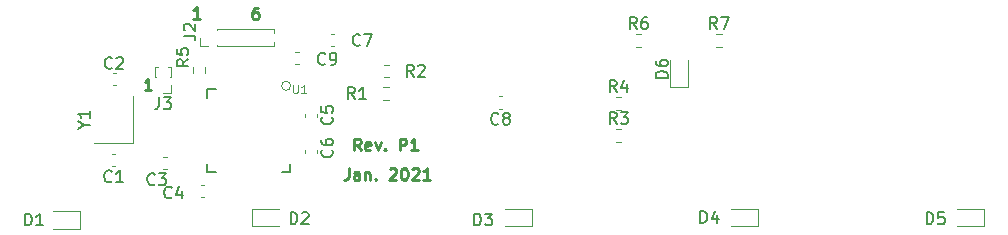
<source format=gbr>
%TF.GenerationSoftware,KiCad,Pcbnew,(5.1.7)-1*%
%TF.CreationDate,2021-01-12T02:41:31-08:00*%
%TF.ProjectId,pain5,7061696e-352e-46b6-9963-61645f706362,rev?*%
%TF.SameCoordinates,Original*%
%TF.FileFunction,Legend,Top*%
%TF.FilePolarity,Positive*%
%FSLAX46Y46*%
G04 Gerber Fmt 4.6, Leading zero omitted, Abs format (unit mm)*
G04 Created by KiCad (PCBNEW (5.1.7)-1) date 2021-01-12 02:41:31*
%MOMM*%
%LPD*%
G01*
G04 APERTURE LIST*
%ADD10C,0.250000*%
%ADD11C,0.120000*%
%ADD12C,0.100000*%
%ADD13C,0.127000*%
%ADD14C,0.150000*%
%ADD15C,0.015000*%
G04 APERTURE END LIST*
D10*
X149214285Y-77202380D02*
X149214285Y-77916666D01*
X149166666Y-78059523D01*
X149071428Y-78154761D01*
X148928571Y-78202380D01*
X148833333Y-78202380D01*
X150119047Y-78202380D02*
X150119047Y-77678571D01*
X150071428Y-77583333D01*
X149976190Y-77535714D01*
X149785714Y-77535714D01*
X149690476Y-77583333D01*
X150119047Y-78154761D02*
X150023809Y-78202380D01*
X149785714Y-78202380D01*
X149690476Y-78154761D01*
X149642857Y-78059523D01*
X149642857Y-77964285D01*
X149690476Y-77869047D01*
X149785714Y-77821428D01*
X150023809Y-77821428D01*
X150119047Y-77773809D01*
X150595238Y-77535714D02*
X150595238Y-78202380D01*
X150595238Y-77630952D02*
X150642857Y-77583333D01*
X150738095Y-77535714D01*
X150880952Y-77535714D01*
X150976190Y-77583333D01*
X151023809Y-77678571D01*
X151023809Y-78202380D01*
X151500000Y-78107142D02*
X151547619Y-78154761D01*
X151500000Y-78202380D01*
X151452380Y-78154761D01*
X151500000Y-78107142D01*
X151500000Y-78202380D01*
X152690476Y-77297619D02*
X152738095Y-77250000D01*
X152833333Y-77202380D01*
X153071428Y-77202380D01*
X153166666Y-77250000D01*
X153214285Y-77297619D01*
X153261904Y-77392857D01*
X153261904Y-77488095D01*
X153214285Y-77630952D01*
X152642857Y-78202380D01*
X153261904Y-78202380D01*
X153880952Y-77202380D02*
X153976190Y-77202380D01*
X154071428Y-77250000D01*
X154119047Y-77297619D01*
X154166666Y-77392857D01*
X154214285Y-77583333D01*
X154214285Y-77821428D01*
X154166666Y-78011904D01*
X154119047Y-78107142D01*
X154071428Y-78154761D01*
X153976190Y-78202380D01*
X153880952Y-78202380D01*
X153785714Y-78154761D01*
X153738095Y-78107142D01*
X153690476Y-78011904D01*
X153642857Y-77821428D01*
X153642857Y-77583333D01*
X153690476Y-77392857D01*
X153738095Y-77297619D01*
X153785714Y-77250000D01*
X153880952Y-77202380D01*
X154595238Y-77297619D02*
X154642857Y-77250000D01*
X154738095Y-77202380D01*
X154976190Y-77202380D01*
X155071428Y-77250000D01*
X155119047Y-77297619D01*
X155166666Y-77392857D01*
X155166666Y-77488095D01*
X155119047Y-77630952D01*
X154547619Y-78202380D01*
X155166666Y-78202380D01*
X156119047Y-78202380D02*
X155547619Y-78202380D01*
X155833333Y-78202380D02*
X155833333Y-77202380D01*
X155738095Y-77345238D01*
X155642857Y-77440476D01*
X155547619Y-77488095D01*
X150254761Y-75702380D02*
X149921428Y-75226190D01*
X149683333Y-75702380D02*
X149683333Y-74702380D01*
X150064285Y-74702380D01*
X150159523Y-74750000D01*
X150207142Y-74797619D01*
X150254761Y-74892857D01*
X150254761Y-75035714D01*
X150207142Y-75130952D01*
X150159523Y-75178571D01*
X150064285Y-75226190D01*
X149683333Y-75226190D01*
X151064285Y-75654761D02*
X150969047Y-75702380D01*
X150778571Y-75702380D01*
X150683333Y-75654761D01*
X150635714Y-75559523D01*
X150635714Y-75178571D01*
X150683333Y-75083333D01*
X150778571Y-75035714D01*
X150969047Y-75035714D01*
X151064285Y-75083333D01*
X151111904Y-75178571D01*
X151111904Y-75273809D01*
X150635714Y-75369047D01*
X151445238Y-75035714D02*
X151683333Y-75702380D01*
X151921428Y-75035714D01*
X152302380Y-75607142D02*
X152350000Y-75654761D01*
X152302380Y-75702380D01*
X152254761Y-75654761D01*
X152302380Y-75607142D01*
X152302380Y-75702380D01*
X153540476Y-75702380D02*
X153540476Y-74702380D01*
X153921428Y-74702380D01*
X154016666Y-74750000D01*
X154064285Y-74797619D01*
X154111904Y-74892857D01*
X154111904Y-75035714D01*
X154064285Y-75130952D01*
X154016666Y-75178571D01*
X153921428Y-75226190D01*
X153540476Y-75226190D01*
X155064285Y-75702380D02*
X154492857Y-75702380D01*
X154778571Y-75702380D02*
X154778571Y-74702380D01*
X154683333Y-74845238D01*
X154588095Y-74940476D01*
X154492857Y-74988095D01*
X132527514Y-70632580D02*
X131956085Y-70632580D01*
X132241800Y-70632580D02*
X132241800Y-69632580D01*
X132146561Y-69775438D01*
X132051323Y-69870676D01*
X131956085Y-69918295D01*
X141541476Y-63612780D02*
X141351000Y-63612780D01*
X141255761Y-63660400D01*
X141208142Y-63708019D01*
X141112904Y-63850876D01*
X141065285Y-64041352D01*
X141065285Y-64422304D01*
X141112904Y-64517542D01*
X141160523Y-64565161D01*
X141255761Y-64612780D01*
X141446238Y-64612780D01*
X141541476Y-64565161D01*
X141589095Y-64517542D01*
X141636714Y-64422304D01*
X141636714Y-64184209D01*
X141589095Y-64088971D01*
X141541476Y-64041352D01*
X141446238Y-63993733D01*
X141255761Y-63993733D01*
X141160523Y-64041352D01*
X141112904Y-64088971D01*
X141065285Y-64184209D01*
X136632914Y-64561980D02*
X136061485Y-64561980D01*
X136347200Y-64561980D02*
X136347200Y-63561980D01*
X136251961Y-63704838D01*
X136156723Y-63800076D01*
X136061485Y-63847695D01*
D11*
%TO.C,J2*%
X142910000Y-66845000D02*
X142910000Y-66544493D01*
X142910000Y-65755507D02*
X142910000Y-65455000D01*
X138035000Y-66845000D02*
X142910000Y-66845000D01*
X138035000Y-65455000D02*
X142910000Y-65455000D01*
X138035000Y-66845000D02*
X138035000Y-66758276D01*
X138035000Y-65541724D02*
X138035000Y-65455000D01*
X137350000Y-66845000D02*
X136665000Y-66845000D01*
X136665000Y-66845000D02*
X136665000Y-66150000D01*
%TO.C,C1*%
X129465580Y-77030000D02*
X129184420Y-77030000D01*
X129465580Y-76010000D02*
X129184420Y-76010000D01*
%TO.C,C2*%
X129515580Y-70172000D02*
X129234420Y-70172000D01*
X129515580Y-69152000D02*
X129234420Y-69152000D01*
%TO.C,C3*%
X133815580Y-76240000D02*
X133534420Y-76240000D01*
X133815580Y-77260000D02*
X133534420Y-77260000D01*
%TO.C,C4*%
X136965580Y-79660000D02*
X136684420Y-79660000D01*
X136965580Y-78640000D02*
X136684420Y-78640000D01*
%TO.C,C5*%
X145490000Y-72584420D02*
X145490000Y-72865580D01*
X146510000Y-72584420D02*
X146510000Y-72865580D01*
%TO.C,C6*%
X145490000Y-75940580D02*
X145490000Y-75659420D01*
X146510000Y-75940580D02*
X146510000Y-75659420D01*
%TO.C,C7*%
X147990580Y-65840000D02*
X147709420Y-65840000D01*
X147990580Y-66860000D02*
X147709420Y-66860000D01*
%TO.C,C8*%
X162215580Y-72160000D02*
X161934420Y-72160000D01*
X162215580Y-71140000D02*
X161934420Y-71140000D01*
%TO.C,C9*%
X144709420Y-68410000D02*
X144990580Y-68410000D01*
X144709420Y-67390000D02*
X144990580Y-67390000D01*
%TO.C,D1*%
X124200000Y-82335000D02*
X126485000Y-82335000D01*
X126485000Y-82335000D02*
X126485000Y-80865000D01*
X126485000Y-80865000D02*
X124200000Y-80865000D01*
%TO.C,D2*%
X143312500Y-80665000D02*
X141027500Y-80665000D01*
X141027500Y-80665000D02*
X141027500Y-82135000D01*
X141027500Y-82135000D02*
X143312500Y-82135000D01*
%TO.C,D3*%
X164785000Y-80665000D02*
X162500000Y-80665000D01*
X164785000Y-82135000D02*
X164785000Y-80665000D01*
X162500000Y-82135000D02*
X164785000Y-82135000D01*
%TO.C,D4*%
X181600000Y-82135000D02*
X183885000Y-82135000D01*
X183885000Y-82135000D02*
X183885000Y-80665000D01*
X183885000Y-80665000D02*
X181600000Y-80665000D01*
%TO.C,D5*%
X202985000Y-80665000D02*
X200700000Y-80665000D01*
X202985000Y-82135000D02*
X202985000Y-80665000D01*
X200700000Y-82135000D02*
X202985000Y-82135000D01*
%TO.C,D6*%
X176465000Y-68012500D02*
X176465000Y-70297500D01*
X176465000Y-70297500D02*
X177935000Y-70297500D01*
X177935000Y-70297500D02*
X177935000Y-68012500D01*
%TO.C,J3*%
X134195000Y-68640000D02*
X133894493Y-68640000D01*
X133105507Y-68640000D02*
X132805000Y-68640000D01*
X134195000Y-69515000D02*
X134195000Y-68640000D01*
X132805000Y-69515000D02*
X132805000Y-68640000D01*
X134195000Y-69515000D02*
X134108276Y-69515000D01*
X132891724Y-69515000D02*
X132805000Y-69515000D01*
X134195000Y-70200000D02*
X134195000Y-70885000D01*
X134195000Y-70885000D02*
X133500000Y-70885000D01*
%TO.C,R1*%
X152162742Y-70377500D02*
X152637258Y-70377500D01*
X152162742Y-71422500D02*
X152637258Y-71422500D01*
%TO.C,R2*%
X152187742Y-68477500D02*
X152662258Y-68477500D01*
X152187742Y-69522500D02*
X152662258Y-69522500D01*
%TO.C,R3*%
X171837742Y-74972500D02*
X172312258Y-74972500D01*
X171837742Y-73927500D02*
X172312258Y-73927500D01*
%TO.C,R4*%
X171837742Y-71227500D02*
X172312258Y-71227500D01*
X171837742Y-72272500D02*
X172312258Y-72272500D01*
%TO.C,R5*%
X137072500Y-69137258D02*
X137072500Y-68662742D01*
X136027500Y-69137258D02*
X136027500Y-68662742D01*
D12*
%TO.C,U1*%
X144306000Y-70240000D02*
G75*
G03*
X144306000Y-70240000I-381000J0D01*
G01*
D13*
X137950000Y-70550000D02*
X137250000Y-70550000D01*
X137250000Y-70550000D02*
X137250000Y-71250000D01*
X137250000Y-76850000D02*
X137250000Y-77550000D01*
X137250000Y-77550000D02*
X137950000Y-77550000D01*
X143550000Y-77550000D02*
X144250000Y-77550000D01*
X144250000Y-77550000D02*
X144250000Y-76850000D01*
D11*
%TO.C,Y1*%
X127650000Y-75075000D02*
X130950000Y-75075000D01*
X130950000Y-75075000D02*
X130950000Y-71075000D01*
%TO.C,R6*%
X173537742Y-65877500D02*
X174012258Y-65877500D01*
X173537742Y-66922500D02*
X174012258Y-66922500D01*
%TO.C,R7*%
X180337742Y-66922500D02*
X180812258Y-66922500D01*
X180337742Y-65877500D02*
X180812258Y-65877500D01*
%TO.C,J2*%
D14*
X135242380Y-65983333D02*
X135956666Y-65983333D01*
X136099523Y-66030952D01*
X136194761Y-66126190D01*
X136242380Y-66269047D01*
X136242380Y-66364285D01*
X135337619Y-65554761D02*
X135290000Y-65507142D01*
X135242380Y-65411904D01*
X135242380Y-65173809D01*
X135290000Y-65078571D01*
X135337619Y-65030952D01*
X135432857Y-64983333D01*
X135528095Y-64983333D01*
X135670952Y-65030952D01*
X136242380Y-65602380D01*
X136242380Y-64983333D01*
%TO.C,C1*%
X129158333Y-78307142D02*
X129110714Y-78354761D01*
X128967857Y-78402380D01*
X128872619Y-78402380D01*
X128729761Y-78354761D01*
X128634523Y-78259523D01*
X128586904Y-78164285D01*
X128539285Y-77973809D01*
X128539285Y-77830952D01*
X128586904Y-77640476D01*
X128634523Y-77545238D01*
X128729761Y-77450000D01*
X128872619Y-77402380D01*
X128967857Y-77402380D01*
X129110714Y-77450000D01*
X129158333Y-77497619D01*
X130110714Y-78402380D02*
X129539285Y-78402380D01*
X129825000Y-78402380D02*
X129825000Y-77402380D01*
X129729761Y-77545238D01*
X129634523Y-77640476D01*
X129539285Y-77688095D01*
%TO.C,C2*%
X129183333Y-68707142D02*
X129135714Y-68754761D01*
X128992857Y-68802380D01*
X128897619Y-68802380D01*
X128754761Y-68754761D01*
X128659523Y-68659523D01*
X128611904Y-68564285D01*
X128564285Y-68373809D01*
X128564285Y-68230952D01*
X128611904Y-68040476D01*
X128659523Y-67945238D01*
X128754761Y-67850000D01*
X128897619Y-67802380D01*
X128992857Y-67802380D01*
X129135714Y-67850000D01*
X129183333Y-67897619D01*
X129564285Y-67897619D02*
X129611904Y-67850000D01*
X129707142Y-67802380D01*
X129945238Y-67802380D01*
X130040476Y-67850000D01*
X130088095Y-67897619D01*
X130135714Y-67992857D01*
X130135714Y-68088095D01*
X130088095Y-68230952D01*
X129516666Y-68802380D01*
X130135714Y-68802380D01*
%TO.C,C3*%
X132808333Y-78557142D02*
X132760714Y-78604761D01*
X132617857Y-78652380D01*
X132522619Y-78652380D01*
X132379761Y-78604761D01*
X132284523Y-78509523D01*
X132236904Y-78414285D01*
X132189285Y-78223809D01*
X132189285Y-78080952D01*
X132236904Y-77890476D01*
X132284523Y-77795238D01*
X132379761Y-77700000D01*
X132522619Y-77652380D01*
X132617857Y-77652380D01*
X132760714Y-77700000D01*
X132808333Y-77747619D01*
X133141666Y-77652380D02*
X133760714Y-77652380D01*
X133427380Y-78033333D01*
X133570238Y-78033333D01*
X133665476Y-78080952D01*
X133713095Y-78128571D01*
X133760714Y-78223809D01*
X133760714Y-78461904D01*
X133713095Y-78557142D01*
X133665476Y-78604761D01*
X133570238Y-78652380D01*
X133284523Y-78652380D01*
X133189285Y-78604761D01*
X133141666Y-78557142D01*
%TO.C,C4*%
X134233333Y-79682142D02*
X134185714Y-79729761D01*
X134042857Y-79777380D01*
X133947619Y-79777380D01*
X133804761Y-79729761D01*
X133709523Y-79634523D01*
X133661904Y-79539285D01*
X133614285Y-79348809D01*
X133614285Y-79205952D01*
X133661904Y-79015476D01*
X133709523Y-78920238D01*
X133804761Y-78825000D01*
X133947619Y-78777380D01*
X134042857Y-78777380D01*
X134185714Y-78825000D01*
X134233333Y-78872619D01*
X135090476Y-79110714D02*
X135090476Y-79777380D01*
X134852380Y-78729761D02*
X134614285Y-79444047D01*
X135233333Y-79444047D01*
%TO.C,C5*%
X147787142Y-72891666D02*
X147834761Y-72939285D01*
X147882380Y-73082142D01*
X147882380Y-73177380D01*
X147834761Y-73320238D01*
X147739523Y-73415476D01*
X147644285Y-73463095D01*
X147453809Y-73510714D01*
X147310952Y-73510714D01*
X147120476Y-73463095D01*
X147025238Y-73415476D01*
X146930000Y-73320238D01*
X146882380Y-73177380D01*
X146882380Y-73082142D01*
X146930000Y-72939285D01*
X146977619Y-72891666D01*
X146882380Y-71986904D02*
X146882380Y-72463095D01*
X147358571Y-72510714D01*
X147310952Y-72463095D01*
X147263333Y-72367857D01*
X147263333Y-72129761D01*
X147310952Y-72034523D01*
X147358571Y-71986904D01*
X147453809Y-71939285D01*
X147691904Y-71939285D01*
X147787142Y-71986904D01*
X147834761Y-72034523D01*
X147882380Y-72129761D01*
X147882380Y-72367857D01*
X147834761Y-72463095D01*
X147787142Y-72510714D01*
%TO.C,C6*%
X147807142Y-75666666D02*
X147854761Y-75714285D01*
X147902380Y-75857142D01*
X147902380Y-75952380D01*
X147854761Y-76095238D01*
X147759523Y-76190476D01*
X147664285Y-76238095D01*
X147473809Y-76285714D01*
X147330952Y-76285714D01*
X147140476Y-76238095D01*
X147045238Y-76190476D01*
X146950000Y-76095238D01*
X146902380Y-75952380D01*
X146902380Y-75857142D01*
X146950000Y-75714285D01*
X146997619Y-75666666D01*
X146902380Y-74809523D02*
X146902380Y-75000000D01*
X146950000Y-75095238D01*
X146997619Y-75142857D01*
X147140476Y-75238095D01*
X147330952Y-75285714D01*
X147711904Y-75285714D01*
X147807142Y-75238095D01*
X147854761Y-75190476D01*
X147902380Y-75095238D01*
X147902380Y-74904761D01*
X147854761Y-74809523D01*
X147807142Y-74761904D01*
X147711904Y-74714285D01*
X147473809Y-74714285D01*
X147378571Y-74761904D01*
X147330952Y-74809523D01*
X147283333Y-74904761D01*
X147283333Y-75095238D01*
X147330952Y-75190476D01*
X147378571Y-75238095D01*
X147473809Y-75285714D01*
%TO.C,C7*%
X150183333Y-66757142D02*
X150135714Y-66804761D01*
X149992857Y-66852380D01*
X149897619Y-66852380D01*
X149754761Y-66804761D01*
X149659523Y-66709523D01*
X149611904Y-66614285D01*
X149564285Y-66423809D01*
X149564285Y-66280952D01*
X149611904Y-66090476D01*
X149659523Y-65995238D01*
X149754761Y-65900000D01*
X149897619Y-65852380D01*
X149992857Y-65852380D01*
X150135714Y-65900000D01*
X150183333Y-65947619D01*
X150516666Y-65852380D02*
X151183333Y-65852380D01*
X150754761Y-66852380D01*
%TO.C,C8*%
X161908333Y-73437142D02*
X161860714Y-73484761D01*
X161717857Y-73532380D01*
X161622619Y-73532380D01*
X161479761Y-73484761D01*
X161384523Y-73389523D01*
X161336904Y-73294285D01*
X161289285Y-73103809D01*
X161289285Y-72960952D01*
X161336904Y-72770476D01*
X161384523Y-72675238D01*
X161479761Y-72580000D01*
X161622619Y-72532380D01*
X161717857Y-72532380D01*
X161860714Y-72580000D01*
X161908333Y-72627619D01*
X162479761Y-72960952D02*
X162384523Y-72913333D01*
X162336904Y-72865714D01*
X162289285Y-72770476D01*
X162289285Y-72722857D01*
X162336904Y-72627619D01*
X162384523Y-72580000D01*
X162479761Y-72532380D01*
X162670238Y-72532380D01*
X162765476Y-72580000D01*
X162813095Y-72627619D01*
X162860714Y-72722857D01*
X162860714Y-72770476D01*
X162813095Y-72865714D01*
X162765476Y-72913333D01*
X162670238Y-72960952D01*
X162479761Y-72960952D01*
X162384523Y-73008571D01*
X162336904Y-73056190D01*
X162289285Y-73151428D01*
X162289285Y-73341904D01*
X162336904Y-73437142D01*
X162384523Y-73484761D01*
X162479761Y-73532380D01*
X162670238Y-73532380D01*
X162765476Y-73484761D01*
X162813095Y-73437142D01*
X162860714Y-73341904D01*
X162860714Y-73151428D01*
X162813095Y-73056190D01*
X162765476Y-73008571D01*
X162670238Y-72960952D01*
%TO.C,C9*%
X147233333Y-68357142D02*
X147185714Y-68404761D01*
X147042857Y-68452380D01*
X146947619Y-68452380D01*
X146804761Y-68404761D01*
X146709523Y-68309523D01*
X146661904Y-68214285D01*
X146614285Y-68023809D01*
X146614285Y-67880952D01*
X146661904Y-67690476D01*
X146709523Y-67595238D01*
X146804761Y-67500000D01*
X146947619Y-67452380D01*
X147042857Y-67452380D01*
X147185714Y-67500000D01*
X147233333Y-67547619D01*
X147709523Y-68452380D02*
X147900000Y-68452380D01*
X147995238Y-68404761D01*
X148042857Y-68357142D01*
X148138095Y-68214285D01*
X148185714Y-68023809D01*
X148185714Y-67642857D01*
X148138095Y-67547619D01*
X148090476Y-67500000D01*
X147995238Y-67452380D01*
X147804761Y-67452380D01*
X147709523Y-67500000D01*
X147661904Y-67547619D01*
X147614285Y-67642857D01*
X147614285Y-67880952D01*
X147661904Y-67976190D01*
X147709523Y-68023809D01*
X147804761Y-68071428D01*
X147995238Y-68071428D01*
X148090476Y-68023809D01*
X148138095Y-67976190D01*
X148185714Y-67880952D01*
%TO.C,D1*%
X121811904Y-82052380D02*
X121811904Y-81052380D01*
X122050000Y-81052380D01*
X122192857Y-81100000D01*
X122288095Y-81195238D01*
X122335714Y-81290476D01*
X122383333Y-81480952D01*
X122383333Y-81623809D01*
X122335714Y-81814285D01*
X122288095Y-81909523D01*
X122192857Y-82004761D01*
X122050000Y-82052380D01*
X121811904Y-82052380D01*
X123335714Y-82052380D02*
X122764285Y-82052380D01*
X123050000Y-82052380D02*
X123050000Y-81052380D01*
X122954761Y-81195238D01*
X122859523Y-81290476D01*
X122764285Y-81338095D01*
%TO.C,D2*%
X144311904Y-81952380D02*
X144311904Y-80952380D01*
X144550000Y-80952380D01*
X144692857Y-81000000D01*
X144788095Y-81095238D01*
X144835714Y-81190476D01*
X144883333Y-81380952D01*
X144883333Y-81523809D01*
X144835714Y-81714285D01*
X144788095Y-81809523D01*
X144692857Y-81904761D01*
X144550000Y-81952380D01*
X144311904Y-81952380D01*
X145264285Y-81047619D02*
X145311904Y-81000000D01*
X145407142Y-80952380D01*
X145645238Y-80952380D01*
X145740476Y-81000000D01*
X145788095Y-81047619D01*
X145835714Y-81142857D01*
X145835714Y-81238095D01*
X145788095Y-81380952D01*
X145216666Y-81952380D01*
X145835714Y-81952380D01*
%TO.C,D3*%
X159861904Y-82052380D02*
X159861904Y-81052380D01*
X160100000Y-81052380D01*
X160242857Y-81100000D01*
X160338095Y-81195238D01*
X160385714Y-81290476D01*
X160433333Y-81480952D01*
X160433333Y-81623809D01*
X160385714Y-81814285D01*
X160338095Y-81909523D01*
X160242857Y-82004761D01*
X160100000Y-82052380D01*
X159861904Y-82052380D01*
X160766666Y-81052380D02*
X161385714Y-81052380D01*
X161052380Y-81433333D01*
X161195238Y-81433333D01*
X161290476Y-81480952D01*
X161338095Y-81528571D01*
X161385714Y-81623809D01*
X161385714Y-81861904D01*
X161338095Y-81957142D01*
X161290476Y-82004761D01*
X161195238Y-82052380D01*
X160909523Y-82052380D01*
X160814285Y-82004761D01*
X160766666Y-81957142D01*
%TO.C,D4*%
X179011904Y-81852380D02*
X179011904Y-80852380D01*
X179250000Y-80852380D01*
X179392857Y-80900000D01*
X179488095Y-80995238D01*
X179535714Y-81090476D01*
X179583333Y-81280952D01*
X179583333Y-81423809D01*
X179535714Y-81614285D01*
X179488095Y-81709523D01*
X179392857Y-81804761D01*
X179250000Y-81852380D01*
X179011904Y-81852380D01*
X180440476Y-81185714D02*
X180440476Y-81852380D01*
X180202380Y-80804761D02*
X179964285Y-81519047D01*
X180583333Y-81519047D01*
%TO.C,D5*%
X198161904Y-81952380D02*
X198161904Y-80952380D01*
X198400000Y-80952380D01*
X198542857Y-81000000D01*
X198638095Y-81095238D01*
X198685714Y-81190476D01*
X198733333Y-81380952D01*
X198733333Y-81523809D01*
X198685714Y-81714285D01*
X198638095Y-81809523D01*
X198542857Y-81904761D01*
X198400000Y-81952380D01*
X198161904Y-81952380D01*
X199638095Y-80952380D02*
X199161904Y-80952380D01*
X199114285Y-81428571D01*
X199161904Y-81380952D01*
X199257142Y-81333333D01*
X199495238Y-81333333D01*
X199590476Y-81380952D01*
X199638095Y-81428571D01*
X199685714Y-81523809D01*
X199685714Y-81761904D01*
X199638095Y-81857142D01*
X199590476Y-81904761D01*
X199495238Y-81952380D01*
X199257142Y-81952380D01*
X199161904Y-81904761D01*
X199114285Y-81857142D01*
%TO.C,D6*%
X176222380Y-69550595D02*
X175222380Y-69550595D01*
X175222380Y-69312500D01*
X175270000Y-69169642D01*
X175365238Y-69074404D01*
X175460476Y-69026785D01*
X175650952Y-68979166D01*
X175793809Y-68979166D01*
X175984285Y-69026785D01*
X176079523Y-69074404D01*
X176174761Y-69169642D01*
X176222380Y-69312500D01*
X176222380Y-69550595D01*
X175222380Y-68122023D02*
X175222380Y-68312500D01*
X175270000Y-68407738D01*
X175317619Y-68455357D01*
X175460476Y-68550595D01*
X175650952Y-68598214D01*
X176031904Y-68598214D01*
X176127142Y-68550595D01*
X176174761Y-68502976D01*
X176222380Y-68407738D01*
X176222380Y-68217261D01*
X176174761Y-68122023D01*
X176127142Y-68074404D01*
X176031904Y-68026785D01*
X175793809Y-68026785D01*
X175698571Y-68074404D01*
X175650952Y-68122023D01*
X175603333Y-68217261D01*
X175603333Y-68407738D01*
X175650952Y-68502976D01*
X175698571Y-68550595D01*
X175793809Y-68598214D01*
%TO.C,J3*%
X133166666Y-71212380D02*
X133166666Y-71926666D01*
X133119047Y-72069523D01*
X133023809Y-72164761D01*
X132880952Y-72212380D01*
X132785714Y-72212380D01*
X133547619Y-71212380D02*
X134166666Y-71212380D01*
X133833333Y-71593333D01*
X133976190Y-71593333D01*
X134071428Y-71640952D01*
X134119047Y-71688571D01*
X134166666Y-71783809D01*
X134166666Y-72021904D01*
X134119047Y-72117142D01*
X134071428Y-72164761D01*
X133976190Y-72212380D01*
X133690476Y-72212380D01*
X133595238Y-72164761D01*
X133547619Y-72117142D01*
%TO.C,R1*%
X149733333Y-71352380D02*
X149400000Y-70876190D01*
X149161904Y-71352380D02*
X149161904Y-70352380D01*
X149542857Y-70352380D01*
X149638095Y-70400000D01*
X149685714Y-70447619D01*
X149733333Y-70542857D01*
X149733333Y-70685714D01*
X149685714Y-70780952D01*
X149638095Y-70828571D01*
X149542857Y-70876190D01*
X149161904Y-70876190D01*
X150685714Y-71352380D02*
X150114285Y-71352380D01*
X150400000Y-71352380D02*
X150400000Y-70352380D01*
X150304761Y-70495238D01*
X150209523Y-70590476D01*
X150114285Y-70638095D01*
%TO.C,R2*%
X154733333Y-69452380D02*
X154400000Y-68976190D01*
X154161904Y-69452380D02*
X154161904Y-68452380D01*
X154542857Y-68452380D01*
X154638095Y-68500000D01*
X154685714Y-68547619D01*
X154733333Y-68642857D01*
X154733333Y-68785714D01*
X154685714Y-68880952D01*
X154638095Y-68928571D01*
X154542857Y-68976190D01*
X154161904Y-68976190D01*
X155114285Y-68547619D02*
X155161904Y-68500000D01*
X155257142Y-68452380D01*
X155495238Y-68452380D01*
X155590476Y-68500000D01*
X155638095Y-68547619D01*
X155685714Y-68642857D01*
X155685714Y-68738095D01*
X155638095Y-68880952D01*
X155066666Y-69452380D01*
X155685714Y-69452380D01*
%TO.C,R3*%
X171908333Y-73472380D02*
X171575000Y-72996190D01*
X171336904Y-73472380D02*
X171336904Y-72472380D01*
X171717857Y-72472380D01*
X171813095Y-72520000D01*
X171860714Y-72567619D01*
X171908333Y-72662857D01*
X171908333Y-72805714D01*
X171860714Y-72900952D01*
X171813095Y-72948571D01*
X171717857Y-72996190D01*
X171336904Y-72996190D01*
X172241666Y-72472380D02*
X172860714Y-72472380D01*
X172527380Y-72853333D01*
X172670238Y-72853333D01*
X172765476Y-72900952D01*
X172813095Y-72948571D01*
X172860714Y-73043809D01*
X172860714Y-73281904D01*
X172813095Y-73377142D01*
X172765476Y-73424761D01*
X172670238Y-73472380D01*
X172384523Y-73472380D01*
X172289285Y-73424761D01*
X172241666Y-73377142D01*
%TO.C,R4*%
X171908333Y-70772380D02*
X171575000Y-70296190D01*
X171336904Y-70772380D02*
X171336904Y-69772380D01*
X171717857Y-69772380D01*
X171813095Y-69820000D01*
X171860714Y-69867619D01*
X171908333Y-69962857D01*
X171908333Y-70105714D01*
X171860714Y-70200952D01*
X171813095Y-70248571D01*
X171717857Y-70296190D01*
X171336904Y-70296190D01*
X172765476Y-70105714D02*
X172765476Y-70772380D01*
X172527380Y-69724761D02*
X172289285Y-70439047D01*
X172908333Y-70439047D01*
%TO.C,R5*%
X135652380Y-67991666D02*
X135176190Y-68325000D01*
X135652380Y-68563095D02*
X134652380Y-68563095D01*
X134652380Y-68182142D01*
X134700000Y-68086904D01*
X134747619Y-68039285D01*
X134842857Y-67991666D01*
X134985714Y-67991666D01*
X135080952Y-68039285D01*
X135128571Y-68086904D01*
X135176190Y-68182142D01*
X135176190Y-68563095D01*
X134652380Y-67086904D02*
X134652380Y-67563095D01*
X135128571Y-67610714D01*
X135080952Y-67563095D01*
X135033333Y-67467857D01*
X135033333Y-67229761D01*
X135080952Y-67134523D01*
X135128571Y-67086904D01*
X135223809Y-67039285D01*
X135461904Y-67039285D01*
X135557142Y-67086904D01*
X135604761Y-67134523D01*
X135652380Y-67229761D01*
X135652380Y-67467857D01*
X135604761Y-67563095D01*
X135557142Y-67610714D01*
%TO.C,U1*%
D15*
X144516304Y-70166406D02*
X144516304Y-70733457D01*
X144549660Y-70800169D01*
X144583016Y-70833525D01*
X144649728Y-70866881D01*
X144783152Y-70866881D01*
X144849864Y-70833525D01*
X144883220Y-70800169D01*
X144916576Y-70733457D01*
X144916576Y-70166406D01*
X145617051Y-70866881D02*
X145216779Y-70866881D01*
X145416915Y-70866881D02*
X145416915Y-70166406D01*
X145350203Y-70266474D01*
X145283491Y-70333186D01*
X145216779Y-70366542D01*
%TO.C,Y1*%
D14*
X126826190Y-73551190D02*
X127302380Y-73551190D01*
X126302380Y-73884523D02*
X126826190Y-73551190D01*
X126302380Y-73217857D01*
X127302380Y-72360714D02*
X127302380Y-72932142D01*
X127302380Y-72646428D02*
X126302380Y-72646428D01*
X126445238Y-72741666D01*
X126540476Y-72836904D01*
X126588095Y-72932142D01*
%TO.C,R6*%
X173608333Y-65422380D02*
X173275000Y-64946190D01*
X173036904Y-65422380D02*
X173036904Y-64422380D01*
X173417857Y-64422380D01*
X173513095Y-64470000D01*
X173560714Y-64517619D01*
X173608333Y-64612857D01*
X173608333Y-64755714D01*
X173560714Y-64850952D01*
X173513095Y-64898571D01*
X173417857Y-64946190D01*
X173036904Y-64946190D01*
X174465476Y-64422380D02*
X174275000Y-64422380D01*
X174179761Y-64470000D01*
X174132142Y-64517619D01*
X174036904Y-64660476D01*
X173989285Y-64850952D01*
X173989285Y-65231904D01*
X174036904Y-65327142D01*
X174084523Y-65374761D01*
X174179761Y-65422380D01*
X174370238Y-65422380D01*
X174465476Y-65374761D01*
X174513095Y-65327142D01*
X174560714Y-65231904D01*
X174560714Y-64993809D01*
X174513095Y-64898571D01*
X174465476Y-64850952D01*
X174370238Y-64803333D01*
X174179761Y-64803333D01*
X174084523Y-64850952D01*
X174036904Y-64898571D01*
X173989285Y-64993809D01*
%TO.C,R7*%
X180408333Y-65422380D02*
X180075000Y-64946190D01*
X179836904Y-65422380D02*
X179836904Y-64422380D01*
X180217857Y-64422380D01*
X180313095Y-64470000D01*
X180360714Y-64517619D01*
X180408333Y-64612857D01*
X180408333Y-64755714D01*
X180360714Y-64850952D01*
X180313095Y-64898571D01*
X180217857Y-64946190D01*
X179836904Y-64946190D01*
X180741666Y-64422380D02*
X181408333Y-64422380D01*
X180979761Y-65422380D01*
%TD*%
M02*

</source>
